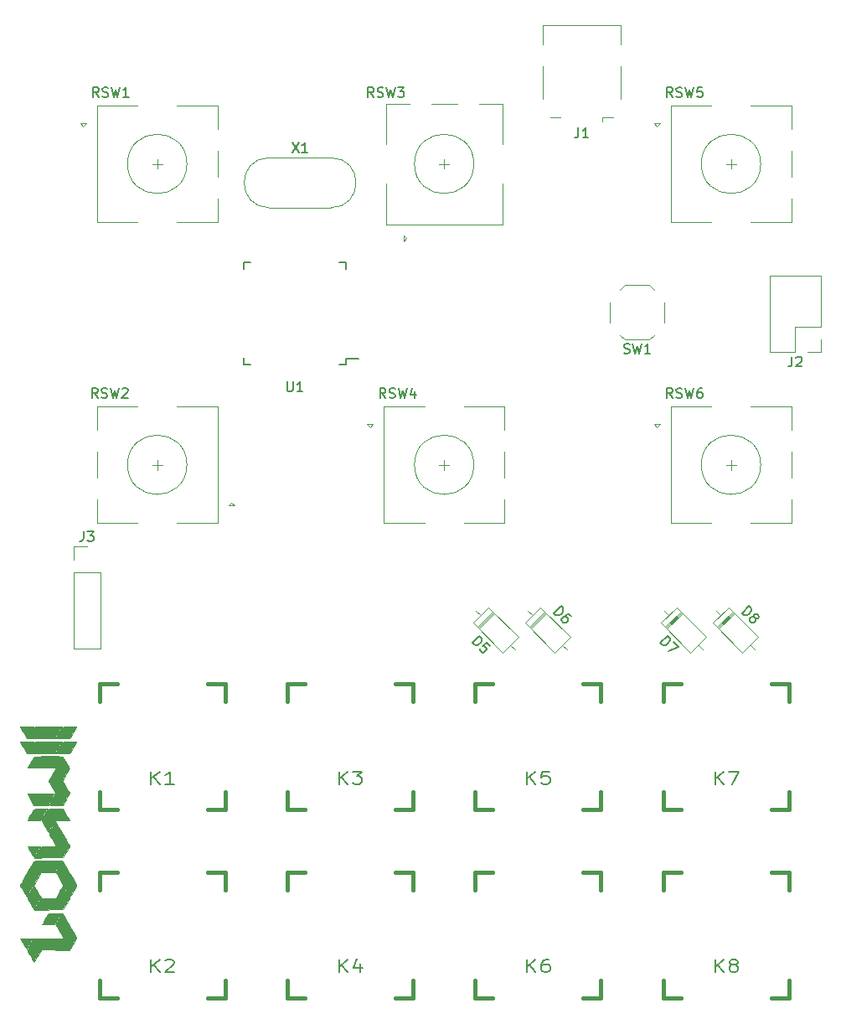
<source format=gto>
G04 #@! TF.GenerationSoftware,KiCad,Pcbnew,(5.1.4)-1*
G04 #@! TF.CreationDate,2019-10-28T18:01:08-07:00*
G04 #@! TF.ProjectId,louwii-pad,6c6f7577-6969-42d7-9061-642e6b696361,rev?*
G04 #@! TF.SameCoordinates,Original*
G04 #@! TF.FileFunction,Legend,Top*
G04 #@! TF.FilePolarity,Positive*
%FSLAX46Y46*%
G04 Gerber Fmt 4.6, Leading zero omitted, Abs format (unit mm)*
G04 Created by KiCad (PCBNEW (5.1.4)-1) date 2019-10-28 18:01:08*
%MOMM*%
%LPD*%
G04 APERTURE LIST*
%ADD10C,0.010000*%
%ADD11C,0.120000*%
%ADD12C,0.381000*%
%ADD13C,0.150000*%
%ADD14C,0.203200*%
G04 APERTURE END LIST*
D10*
G36*
X113362147Y-127735908D02*
G01*
X113396410Y-127670279D01*
X113474410Y-127528562D01*
X113583954Y-127332729D01*
X113692000Y-127141477D01*
X114002444Y-126594251D01*
X114679777Y-126595101D01*
X114948744Y-126598730D01*
X115178158Y-126607977D01*
X115343443Y-126621436D01*
X115419613Y-126637419D01*
X115461060Y-126693706D01*
X115548710Y-126831469D01*
X115672832Y-127034127D01*
X115823696Y-127285098D01*
X115991573Y-127567800D01*
X116166732Y-127865652D01*
X116339445Y-128162072D01*
X116499980Y-128440477D01*
X116638609Y-128684286D01*
X116745601Y-128876916D01*
X116811226Y-129001787D01*
X116825202Y-129032859D01*
X116809579Y-129108762D01*
X116746434Y-129258726D01*
X116646240Y-129459962D01*
X116538614Y-129656333D01*
X116409129Y-129876295D01*
X116296518Y-130054439D01*
X116213845Y-130170923D01*
X116176306Y-130206666D01*
X116135993Y-130159709D01*
X116048486Y-130027749D01*
X115921975Y-129824151D01*
X115764648Y-129562283D01*
X115584696Y-129255510D01*
X115444917Y-129012931D01*
X114762049Y-127819195D01*
X115079130Y-127259185D01*
X115202781Y-127035676D01*
X115299783Y-126850440D01*
X115359847Y-126723825D01*
X115373663Y-126676627D01*
X115338571Y-126713230D01*
X115260385Y-126829678D01*
X115151080Y-127007270D01*
X115036700Y-127202706D01*
X114722284Y-127751333D01*
X114032512Y-127767224D01*
X113770775Y-127769696D01*
X113557896Y-127764892D01*
X113414665Y-127753785D01*
X113361874Y-127737346D01*
X113362147Y-127735908D01*
X113362147Y-127735908D01*
G37*
X113362147Y-127735908D02*
X113396410Y-127670279D01*
X113474410Y-127528562D01*
X113583954Y-127332729D01*
X113692000Y-127141477D01*
X114002444Y-126594251D01*
X114679777Y-126595101D01*
X114948744Y-126598730D01*
X115178158Y-126607977D01*
X115343443Y-126621436D01*
X115419613Y-126637419D01*
X115461060Y-126693706D01*
X115548710Y-126831469D01*
X115672832Y-127034127D01*
X115823696Y-127285098D01*
X115991573Y-127567800D01*
X116166732Y-127865652D01*
X116339445Y-128162072D01*
X116499980Y-128440477D01*
X116638609Y-128684286D01*
X116745601Y-128876916D01*
X116811226Y-129001787D01*
X116825202Y-129032859D01*
X116809579Y-129108762D01*
X116746434Y-129258726D01*
X116646240Y-129459962D01*
X116538614Y-129656333D01*
X116409129Y-129876295D01*
X116296518Y-130054439D01*
X116213845Y-130170923D01*
X116176306Y-130206666D01*
X116135993Y-130159709D01*
X116048486Y-130027749D01*
X115921975Y-129824151D01*
X115764648Y-129562283D01*
X115584696Y-129255510D01*
X115444917Y-129012931D01*
X114762049Y-127819195D01*
X115079130Y-127259185D01*
X115202781Y-127035676D01*
X115299783Y-126850440D01*
X115359847Y-126723825D01*
X115373663Y-126676627D01*
X115338571Y-126713230D01*
X115260385Y-126829678D01*
X115151080Y-127007270D01*
X115036700Y-127202706D01*
X114722284Y-127751333D01*
X114032512Y-127767224D01*
X113770775Y-127769696D01*
X113557896Y-127764892D01*
X113414665Y-127753785D01*
X113361874Y-127737346D01*
X113362147Y-127735908D01*
G36*
X113934284Y-121300752D02*
G01*
X114313404Y-121297404D01*
X114659332Y-121296729D01*
X114954533Y-121298568D01*
X115181471Y-121302766D01*
X115322611Y-121309164D01*
X115357111Y-121313512D01*
X115426578Y-121372868D01*
X115542958Y-121528277D01*
X115707089Y-121781026D01*
X115919809Y-122132402D01*
X116161444Y-122547886D01*
X116352087Y-122881262D01*
X116522561Y-123181175D01*
X116665257Y-123434096D01*
X116772572Y-123626494D01*
X116836896Y-123744838D01*
X116852353Y-123776903D01*
X116825879Y-123832318D01*
X116754453Y-123964948D01*
X116649380Y-124154138D01*
X116538322Y-124350555D01*
X116408940Y-124570540D01*
X116296415Y-124748695D01*
X116213805Y-124865171D01*
X116176306Y-124900888D01*
X116135993Y-124853931D01*
X116048486Y-124721971D01*
X115921975Y-124518373D01*
X115764648Y-124256505D01*
X115584696Y-123949732D01*
X115444917Y-123707153D01*
X114762049Y-122513418D01*
X115079130Y-121953407D01*
X115202781Y-121729898D01*
X115299783Y-121544662D01*
X115359847Y-121418047D01*
X115373663Y-121370849D01*
X115338571Y-121407452D01*
X115260382Y-121523899D01*
X115151074Y-121701490D01*
X115036688Y-121896928D01*
X114722260Y-122445555D01*
X113995463Y-122459849D01*
X113268666Y-122474142D01*
X112946507Y-121895404D01*
X112624347Y-121316666D01*
X113934284Y-121300752D01*
X113934284Y-121300752D01*
G37*
X113934284Y-121300752D02*
X114313404Y-121297404D01*
X114659332Y-121296729D01*
X114954533Y-121298568D01*
X115181471Y-121302766D01*
X115322611Y-121309164D01*
X115357111Y-121313512D01*
X115426578Y-121372868D01*
X115542958Y-121528277D01*
X115707089Y-121781026D01*
X115919809Y-122132402D01*
X116161444Y-122547886D01*
X116352087Y-122881262D01*
X116522561Y-123181175D01*
X116665257Y-123434096D01*
X116772572Y-123626494D01*
X116836896Y-123744838D01*
X116852353Y-123776903D01*
X116825879Y-123832318D01*
X116754453Y-123964948D01*
X116649380Y-124154138D01*
X116538322Y-124350555D01*
X116408940Y-124570540D01*
X116296415Y-124748695D01*
X116213805Y-124865171D01*
X116176306Y-124900888D01*
X116135993Y-124853931D01*
X116048486Y-124721971D01*
X115921975Y-124518373D01*
X115764648Y-124256505D01*
X115584696Y-123949732D01*
X115444917Y-123707153D01*
X114762049Y-122513418D01*
X115079130Y-121953407D01*
X115202781Y-121729898D01*
X115299783Y-121544662D01*
X115359847Y-121418047D01*
X115373663Y-121370849D01*
X115338571Y-121407452D01*
X115260382Y-121523899D01*
X115151074Y-121701490D01*
X115036688Y-121896928D01*
X114722260Y-122445555D01*
X113995463Y-122459849D01*
X113268666Y-122474142D01*
X112946507Y-121895404D01*
X112624347Y-121316666D01*
X113934284Y-121300752D01*
G36*
X114848440Y-110354851D02*
G01*
X114921192Y-110216871D01*
X115024293Y-110033709D01*
X115142891Y-109830567D01*
X115262133Y-109632651D01*
X115367168Y-109465163D01*
X115443143Y-109353308D01*
X115468494Y-109323472D01*
X115563151Y-109295447D01*
X115757751Y-109279203D01*
X116039886Y-109275524D01*
X116186827Y-109278044D01*
X116831199Y-109294000D01*
X116538325Y-109802000D01*
X116409422Y-110021609D01*
X116295580Y-110208346D01*
X116211922Y-110337790D01*
X116180055Y-110380555D01*
X116095130Y-110416182D01*
X116095130Y-110394666D01*
X116113479Y-110383981D01*
X116105516Y-110341338D01*
X116063798Y-110250854D01*
X115980878Y-110096647D01*
X115849313Y-109862836D01*
X115829425Y-109827834D01*
X115707705Y-109620375D01*
X115605771Y-109458995D01*
X115536216Y-109362891D01*
X115512858Y-109345215D01*
X115528942Y-109400057D01*
X115589077Y-109526744D01*
X115679374Y-109700238D01*
X115785939Y-109895501D01*
X115894880Y-110087494D01*
X115992306Y-110251180D01*
X116064325Y-110361521D01*
X116095130Y-110394666D01*
X116095130Y-110416182D01*
X116095097Y-110416196D01*
X115914059Y-110439119D01*
X115630301Y-110449982D01*
X115467774Y-110451111D01*
X115212686Y-110448774D01*
X115005004Y-110442425D01*
X114867048Y-110433051D01*
X114820888Y-110422444D01*
X114848440Y-110354851D01*
X114848440Y-110354851D01*
G37*
X114848440Y-110354851D02*
X114921192Y-110216871D01*
X115024293Y-110033709D01*
X115142891Y-109830567D01*
X115262133Y-109632651D01*
X115367168Y-109465163D01*
X115443143Y-109353308D01*
X115468494Y-109323472D01*
X115563151Y-109295447D01*
X115757751Y-109279203D01*
X116039886Y-109275524D01*
X116186827Y-109278044D01*
X116831199Y-109294000D01*
X116538325Y-109802000D01*
X116409422Y-110021609D01*
X116295580Y-110208346D01*
X116211922Y-110337790D01*
X116180055Y-110380555D01*
X116095130Y-110416182D01*
X116095130Y-110394666D01*
X116113479Y-110383981D01*
X116105516Y-110341338D01*
X116063798Y-110250854D01*
X115980878Y-110096647D01*
X115849313Y-109862836D01*
X115829425Y-109827834D01*
X115707705Y-109620375D01*
X115605771Y-109458995D01*
X115536216Y-109362891D01*
X115512858Y-109345215D01*
X115528942Y-109400057D01*
X115589077Y-109526744D01*
X115679374Y-109700238D01*
X115785939Y-109895501D01*
X115894880Y-110087494D01*
X115992306Y-110251180D01*
X116064325Y-110361521D01*
X116095130Y-110394666D01*
X116095130Y-110416182D01*
X116095097Y-110416196D01*
X115914059Y-110439119D01*
X115630301Y-110449982D01*
X115467774Y-110451111D01*
X115212686Y-110448774D01*
X115005004Y-110442425D01*
X114867048Y-110433051D01*
X114820888Y-110422444D01*
X114848440Y-110354851D01*
G36*
X114848440Y-108830851D02*
G01*
X114921192Y-108692871D01*
X115024293Y-108509709D01*
X115142891Y-108306567D01*
X115262133Y-108108651D01*
X115367168Y-107941163D01*
X115443143Y-107829308D01*
X115468494Y-107799472D01*
X115563151Y-107771447D01*
X115757751Y-107755203D01*
X116039886Y-107751524D01*
X116186827Y-107754044D01*
X116831199Y-107770000D01*
X116538325Y-108278000D01*
X116409422Y-108497609D01*
X116295580Y-108684346D01*
X116211922Y-108813790D01*
X116180055Y-108856555D01*
X116095130Y-108892182D01*
X116095130Y-108870666D01*
X116113479Y-108859981D01*
X116105516Y-108817338D01*
X116063798Y-108726854D01*
X115980878Y-108572647D01*
X115849313Y-108338836D01*
X115829425Y-108303834D01*
X115707705Y-108096375D01*
X115605771Y-107934995D01*
X115536216Y-107838891D01*
X115512858Y-107821215D01*
X115528942Y-107876057D01*
X115589077Y-108002744D01*
X115679374Y-108176238D01*
X115785939Y-108371501D01*
X115894880Y-108563494D01*
X115992306Y-108727180D01*
X116064325Y-108837521D01*
X116095130Y-108870666D01*
X116095130Y-108892182D01*
X116095097Y-108892196D01*
X115914059Y-108915119D01*
X115630301Y-108925982D01*
X115467774Y-108927111D01*
X115212686Y-108924774D01*
X115005004Y-108918425D01*
X114867048Y-108909051D01*
X114820888Y-108898444D01*
X114848440Y-108830851D01*
X114848440Y-108830851D01*
G37*
X114848440Y-108830851D02*
X114921192Y-108692871D01*
X115024293Y-108509709D01*
X115142891Y-108306567D01*
X115262133Y-108108651D01*
X115367168Y-107941163D01*
X115443143Y-107829308D01*
X115468494Y-107799472D01*
X115563151Y-107771447D01*
X115757751Y-107755203D01*
X116039886Y-107751524D01*
X116186827Y-107754044D01*
X116831199Y-107770000D01*
X116538325Y-108278000D01*
X116409422Y-108497609D01*
X116295580Y-108684346D01*
X116211922Y-108813790D01*
X116180055Y-108856555D01*
X116095130Y-108892182D01*
X116095130Y-108870666D01*
X116113479Y-108859981D01*
X116105516Y-108817338D01*
X116063798Y-108726854D01*
X115980878Y-108572647D01*
X115849313Y-108338836D01*
X115829425Y-108303834D01*
X115707705Y-108096375D01*
X115605771Y-107934995D01*
X115536216Y-107838891D01*
X115512858Y-107821215D01*
X115528942Y-107876057D01*
X115589077Y-108002744D01*
X115679374Y-108176238D01*
X115785939Y-108371501D01*
X115894880Y-108563494D01*
X115992306Y-108727180D01*
X116064325Y-108837521D01*
X116095130Y-108870666D01*
X116095130Y-108892182D01*
X116095097Y-108892196D01*
X115914059Y-108915119D01*
X115630301Y-108925982D01*
X115467774Y-108927111D01*
X115212686Y-108924774D01*
X115005004Y-108918425D01*
X114867048Y-108909051D01*
X114820888Y-108898444D01*
X114848440Y-108830851D01*
G36*
X115436798Y-129134222D02*
G01*
X115672539Y-129543444D01*
X115798612Y-129761364D01*
X115917688Y-129965609D01*
X116007282Y-130117640D01*
X116018905Y-130137091D01*
X116129529Y-130321515D01*
X113276501Y-130291333D01*
X113128447Y-130037333D01*
X113016477Y-129843925D01*
X112883855Y-129613016D01*
X112795831Y-129458777D01*
X112611270Y-129134222D01*
X115436798Y-129134222D01*
X115436798Y-129134222D01*
G37*
X115436798Y-129134222D02*
X115672539Y-129543444D01*
X115798612Y-129761364D01*
X115917688Y-129965609D01*
X116007282Y-130117640D01*
X116018905Y-130137091D01*
X116129529Y-130321515D01*
X113276501Y-130291333D01*
X113128447Y-130037333D01*
X113016477Y-129843925D01*
X112883855Y-129613016D01*
X112795831Y-129458777D01*
X112611270Y-129134222D01*
X115436798Y-129134222D01*
G36*
X112747547Y-126016648D02*
G01*
X112853501Y-125832331D01*
X112981526Y-125607076D01*
X113072084Y-125446321D01*
X113175150Y-125274946D01*
X113265027Y-125147298D01*
X113320219Y-125092511D01*
X113392377Y-125086311D01*
X113561057Y-125081939D01*
X113809905Y-125079500D01*
X114122569Y-125079101D01*
X114482695Y-125080846D01*
X114745336Y-125083300D01*
X116106985Y-125098444D01*
X115780514Y-125662888D01*
X115454044Y-126227333D01*
X112607678Y-126257519D01*
X112747547Y-126016648D01*
X112747547Y-126016648D01*
G37*
X112747547Y-126016648D02*
X112853501Y-125832331D01*
X112981526Y-125607076D01*
X113072084Y-125446321D01*
X113175150Y-125274946D01*
X113265027Y-125147298D01*
X113320219Y-125092511D01*
X113392377Y-125086311D01*
X113561057Y-125081939D01*
X113809905Y-125079500D01*
X114122569Y-125079101D01*
X114482695Y-125080846D01*
X114745336Y-125083300D01*
X116106985Y-125098444D01*
X115780514Y-125662888D01*
X115454044Y-126227333D01*
X112607678Y-126257519D01*
X112747547Y-126016648D01*
G36*
X114846926Y-124915829D02*
G01*
X114915739Y-124781766D01*
X115013375Y-124602589D01*
X115125883Y-124402770D01*
X115239312Y-124206783D01*
X115339711Y-124039099D01*
X115413128Y-123924191D01*
X115444658Y-123886121D01*
X115484295Y-123931321D01*
X115564066Y-124053298D01*
X115669817Y-124229849D01*
X115722756Y-124322333D01*
X115844556Y-124536186D01*
X115954334Y-124725652D01*
X116033743Y-124859171D01*
X116050923Y-124886777D01*
X116132094Y-125013777D01*
X115476491Y-125013777D01*
X115219558Y-125011084D01*
X115009881Y-125003760D01*
X114869631Y-124992937D01*
X114820888Y-124980305D01*
X114846926Y-124915829D01*
X114846926Y-124915829D01*
G37*
X114846926Y-124915829D02*
X114915739Y-124781766D01*
X115013375Y-124602589D01*
X115125883Y-124402770D01*
X115239312Y-124206783D01*
X115339711Y-124039099D01*
X115413128Y-123924191D01*
X115444658Y-123886121D01*
X115484295Y-123931321D01*
X115564066Y-124053298D01*
X115669817Y-124229849D01*
X115722756Y-124322333D01*
X115844556Y-124536186D01*
X115954334Y-124725652D01*
X116033743Y-124859171D01*
X116050923Y-124886777D01*
X116132094Y-125013777D01*
X115476491Y-125013777D01*
X115219558Y-125011084D01*
X115009881Y-125003760D01*
X114869631Y-124992937D01*
X114820888Y-124980305D01*
X114846926Y-124915829D01*
G36*
X112747547Y-120767315D02*
G01*
X112853501Y-120582998D01*
X112981526Y-120357742D01*
X113072084Y-120196988D01*
X113175150Y-120025613D01*
X113265027Y-119897965D01*
X113320219Y-119843177D01*
X113392377Y-119836978D01*
X113561057Y-119832606D01*
X113809905Y-119830167D01*
X114122569Y-119829767D01*
X114482695Y-119831512D01*
X114745336Y-119833967D01*
X116106985Y-119849111D01*
X115780514Y-120413555D01*
X115454044Y-120978000D01*
X114030861Y-120993092D01*
X112607678Y-121008185D01*
X112747547Y-120767315D01*
X112747547Y-120767315D01*
G37*
X112747547Y-120767315D02*
X112853501Y-120582998D01*
X112981526Y-120357742D01*
X113072084Y-120196988D01*
X113175150Y-120025613D01*
X113265027Y-119897965D01*
X113320219Y-119843177D01*
X113392377Y-119836978D01*
X113561057Y-119832606D01*
X113809905Y-119830167D01*
X114122569Y-119829767D01*
X114482695Y-119831512D01*
X114745336Y-119833967D01*
X116106985Y-119849111D01*
X115780514Y-120413555D01*
X115454044Y-120978000D01*
X114030861Y-120993092D01*
X112607678Y-121008185D01*
X112747547Y-120767315D01*
G36*
X114141783Y-118607077D02*
G01*
X114278947Y-118592725D01*
X114487029Y-118582925D01*
X114745051Y-118579118D01*
X114757250Y-118579111D01*
X115436798Y-118579111D01*
X115672539Y-118988333D01*
X115798500Y-119206068D01*
X115917353Y-119409950D01*
X116006673Y-119561540D01*
X116018299Y-119581000D01*
X116128318Y-119764444D01*
X114736222Y-119764414D01*
X114425777Y-119217189D01*
X114299183Y-118992995D01*
X114193907Y-118804594D01*
X114122108Y-118673871D01*
X114096518Y-118624537D01*
X114141783Y-118607077D01*
X114141783Y-118607077D01*
G37*
X114141783Y-118607077D02*
X114278947Y-118592725D01*
X114487029Y-118582925D01*
X114745051Y-118579118D01*
X114757250Y-118579111D01*
X115436798Y-118579111D01*
X115672539Y-118988333D01*
X115798500Y-119206068D01*
X115917353Y-119409950D01*
X116006673Y-119561540D01*
X116018299Y-119581000D01*
X116128318Y-119764444D01*
X114736222Y-119764414D01*
X114425777Y-119217189D01*
X114299183Y-118992995D01*
X114193907Y-118804594D01*
X114122108Y-118673871D01*
X114096518Y-118624537D01*
X114141783Y-118607077D01*
G36*
X114141764Y-116067048D02*
G01*
X114278872Y-116052681D01*
X114486829Y-116042887D01*
X114744622Y-116039116D01*
X114754800Y-116039111D01*
X115431897Y-116039111D01*
X115699668Y-116504777D01*
X115826602Y-116723846D01*
X115941064Y-116918411D01*
X116025465Y-117058698D01*
X116049766Y-117097444D01*
X116132094Y-117224444D01*
X114736222Y-117224414D01*
X114425777Y-116677189D01*
X114299183Y-116452995D01*
X114193907Y-116264594D01*
X114122108Y-116133871D01*
X114096518Y-116084537D01*
X114141764Y-116067048D01*
X114141764Y-116067048D01*
G37*
X114141764Y-116067048D02*
X114278872Y-116052681D01*
X114486829Y-116042887D01*
X114744622Y-116039116D01*
X114754800Y-116039111D01*
X115431897Y-116039111D01*
X115699668Y-116504777D01*
X115826602Y-116723846D01*
X115941064Y-116918411D01*
X116025465Y-117058698D01*
X116049766Y-117097444D01*
X116132094Y-117224444D01*
X114736222Y-117224414D01*
X114425777Y-116677189D01*
X114299183Y-116452995D01*
X114193907Y-116264594D01*
X114122108Y-116133871D01*
X114096518Y-116084537D01*
X114141764Y-116067048D01*
G36*
X114095925Y-115656218D02*
G01*
X114130265Y-115590363D01*
X114208441Y-115448548D01*
X114318213Y-115252790D01*
X114425777Y-115062960D01*
X114736222Y-114517487D01*
X115427666Y-114516299D01*
X115691767Y-114516922D01*
X115908896Y-114519488D01*
X116057570Y-114523592D01*
X116116308Y-114528832D01*
X116116498Y-114529222D01*
X116088741Y-114580512D01*
X116015235Y-114709388D01*
X115907351Y-114896063D01*
X115784042Y-115107777D01*
X115454198Y-115672222D01*
X114765357Y-115688113D01*
X114503816Y-115690540D01*
X114291148Y-115685606D01*
X114148159Y-115674303D01*
X114095650Y-115657623D01*
X114095925Y-115656218D01*
X114095925Y-115656218D01*
G37*
X114095925Y-115656218D02*
X114130265Y-115590363D01*
X114208441Y-115448548D01*
X114318213Y-115252790D01*
X114425777Y-115062960D01*
X114736222Y-114517487D01*
X115427666Y-114516299D01*
X115691767Y-114516922D01*
X115908896Y-114519488D01*
X116057570Y-114523592D01*
X116116308Y-114528832D01*
X116116498Y-114529222D01*
X116088741Y-114580512D01*
X116015235Y-114709388D01*
X115907351Y-114896063D01*
X115784042Y-115107777D01*
X115454198Y-115672222D01*
X114765357Y-115688113D01*
X114503816Y-115690540D01*
X114291148Y-115685606D01*
X114148159Y-115674303D01*
X114095650Y-115657623D01*
X114095925Y-115656218D01*
G36*
X112216043Y-111326000D02*
G01*
X112540189Y-110761555D01*
X113948650Y-110747763D01*
X114338080Y-110745596D01*
X114691087Y-110746769D01*
X114991665Y-110750975D01*
X115223809Y-110757906D01*
X115371514Y-110767254D01*
X115417752Y-110775986D01*
X115483559Y-110850986D01*
X115581495Y-110997083D01*
X115698195Y-111190055D01*
X115820295Y-111405677D01*
X115934432Y-111619727D01*
X116027241Y-111807981D01*
X116085359Y-111946216D01*
X116097131Y-112007419D01*
X116057516Y-112086954D01*
X115974039Y-112240325D01*
X115859761Y-112443884D01*
X115754080Y-112628465D01*
X115627916Y-112851806D01*
X115526175Y-113041089D01*
X115460518Y-113174020D01*
X115441777Y-113225621D01*
X115469987Y-113300634D01*
X115549045Y-113456554D01*
X115670596Y-113678167D01*
X115826285Y-113950262D01*
X116007755Y-114257626D01*
X116018299Y-114275222D01*
X116128318Y-114458666D01*
X114736222Y-114457384D01*
X114384874Y-113840946D01*
X114033525Y-113224508D01*
X114715611Y-112032140D01*
X114903650Y-111700840D01*
X115069890Y-111402968D01*
X115206975Y-111152117D01*
X115307550Y-110961879D01*
X115364262Y-110845847D01*
X115373752Y-110815826D01*
X115338302Y-110851908D01*
X115260406Y-110968038D01*
X115152088Y-111145387D01*
X115043015Y-111333844D01*
X114913983Y-111554981D01*
X114800573Y-111736897D01*
X114716439Y-111858436D01*
X114678711Y-111898269D01*
X114608293Y-111903933D01*
X114441239Y-111907831D01*
X114193792Y-111909881D01*
X113882193Y-111909999D01*
X113522684Y-111908101D01*
X113256549Y-111905588D01*
X111891897Y-111890444D01*
X112216043Y-111326000D01*
X112216043Y-111326000D01*
G37*
X112216043Y-111326000D02*
X112540189Y-110761555D01*
X113948650Y-110747763D01*
X114338080Y-110745596D01*
X114691087Y-110746769D01*
X114991665Y-110750975D01*
X115223809Y-110757906D01*
X115371514Y-110767254D01*
X115417752Y-110775986D01*
X115483559Y-110850986D01*
X115581495Y-110997083D01*
X115698195Y-111190055D01*
X115820295Y-111405677D01*
X115934432Y-111619727D01*
X116027241Y-111807981D01*
X116085359Y-111946216D01*
X116097131Y-112007419D01*
X116057516Y-112086954D01*
X115974039Y-112240325D01*
X115859761Y-112443884D01*
X115754080Y-112628465D01*
X115627916Y-112851806D01*
X115526175Y-113041089D01*
X115460518Y-113174020D01*
X115441777Y-113225621D01*
X115469987Y-113300634D01*
X115549045Y-113456554D01*
X115670596Y-113678167D01*
X115826285Y-113950262D01*
X116007755Y-114257626D01*
X116018299Y-114275222D01*
X116128318Y-114458666D01*
X114736222Y-114457384D01*
X114384874Y-113840946D01*
X114033525Y-113224508D01*
X114715611Y-112032140D01*
X114903650Y-111700840D01*
X115069890Y-111402968D01*
X115206975Y-111152117D01*
X115307550Y-110961879D01*
X115364262Y-110845847D01*
X115373752Y-110815826D01*
X115338302Y-110851908D01*
X115260406Y-110968038D01*
X115152088Y-111145387D01*
X115043015Y-111333844D01*
X114913983Y-111554981D01*
X114800573Y-111736897D01*
X114716439Y-111858436D01*
X114678711Y-111898269D01*
X114608293Y-111903933D01*
X114441239Y-111907831D01*
X114193792Y-111909881D01*
X113882193Y-111909999D01*
X113522684Y-111908101D01*
X113256549Y-111905588D01*
X111891897Y-111890444D01*
X112216043Y-111326000D01*
G36*
X114113376Y-118422120D02*
G01*
X114184677Y-118283683D01*
X114289773Y-118089848D01*
X114403139Y-117887037D01*
X114719167Y-117328885D01*
X115052250Y-117902078D01*
X115182534Y-118128180D01*
X115288934Y-118316446D01*
X115360255Y-118446817D01*
X115385333Y-118498969D01*
X115332604Y-118508299D01*
X115189273Y-118515899D01*
X114977622Y-118520957D01*
X114736222Y-118522666D01*
X114480666Y-118519520D01*
X114272475Y-118510966D01*
X114133930Y-118498335D01*
X114087111Y-118483927D01*
X114113376Y-118422120D01*
X114113376Y-118422120D01*
G37*
X114113376Y-118422120D02*
X114184677Y-118283683D01*
X114289773Y-118089848D01*
X114403139Y-117887037D01*
X114719167Y-117328885D01*
X115052250Y-117902078D01*
X115182534Y-118128180D01*
X115288934Y-118316446D01*
X115360255Y-118446817D01*
X115385333Y-118498969D01*
X115332604Y-118508299D01*
X115189273Y-118515899D01*
X114977622Y-118520957D01*
X114736222Y-118522666D01*
X114480666Y-118519520D01*
X114272475Y-118510966D01*
X114133930Y-118498335D01*
X114087111Y-118483927D01*
X114113376Y-118422120D01*
G36*
X112698165Y-109279452D02*
G01*
X112855225Y-109275929D01*
X113093741Y-109274186D01*
X113398002Y-109274290D01*
X113752298Y-109276307D01*
X114019221Y-109278866D01*
X115379213Y-109294000D01*
X114731049Y-110422888D01*
X113999857Y-110437655D01*
X113268666Y-110452422D01*
X112942989Y-109879036D01*
X112817221Y-109652967D01*
X112717729Y-109465177D01*
X112654769Y-109335670D01*
X112638271Y-109284691D01*
X112698165Y-109279452D01*
X112698165Y-109279452D01*
G37*
X112698165Y-109279452D02*
X112855225Y-109275929D01*
X113093741Y-109274186D01*
X113398002Y-109274290D01*
X113752298Y-109276307D01*
X114019221Y-109278866D01*
X115379213Y-109294000D01*
X114731049Y-110422888D01*
X113999857Y-110437655D01*
X113268666Y-110452422D01*
X112942989Y-109879036D01*
X112817221Y-109652967D01*
X112717729Y-109465177D01*
X112654769Y-109335670D01*
X112638271Y-109284691D01*
X112698165Y-109279452D01*
G36*
X112698165Y-107755452D02*
G01*
X112855225Y-107751929D01*
X113093741Y-107750186D01*
X113398002Y-107750290D01*
X113752298Y-107752307D01*
X114019221Y-107754866D01*
X115379213Y-107770000D01*
X114731049Y-108898888D01*
X113999857Y-108913655D01*
X113268666Y-108928422D01*
X112942989Y-108355036D01*
X112817221Y-108128967D01*
X112717729Y-107941177D01*
X112654769Y-107811670D01*
X112638271Y-107760691D01*
X112698165Y-107755452D01*
X112698165Y-107755452D01*
G37*
X112698165Y-107755452D02*
X112855225Y-107751929D01*
X113093741Y-107750186D01*
X113398002Y-107750290D01*
X113752298Y-107752307D01*
X114019221Y-107754866D01*
X115379213Y-107770000D01*
X114731049Y-108898888D01*
X113999857Y-108913655D01*
X113268666Y-108928422D01*
X112942989Y-108355036D01*
X112817221Y-108128967D01*
X112717729Y-107941177D01*
X112654769Y-107811670D01*
X112638271Y-107760691D01*
X112698165Y-107755452D01*
G36*
X113363839Y-117185280D02*
G01*
X113434904Y-117046467D01*
X113535499Y-116861517D01*
X113651278Y-116655722D01*
X113767898Y-116454374D01*
X113871015Y-116282765D01*
X113946285Y-116166187D01*
X113970815Y-116134483D01*
X114010456Y-116164782D01*
X114090360Y-116271633D01*
X114196864Y-116432406D01*
X114316308Y-116624476D01*
X114435032Y-116825215D01*
X114539374Y-117011996D01*
X114615673Y-117162191D01*
X114650269Y-117253174D01*
X114651020Y-117261140D01*
X114624352Y-117326796D01*
X114552426Y-117468307D01*
X114446667Y-117663905D01*
X114336520Y-117860269D01*
X114207858Y-118077168D01*
X114096270Y-118248722D01*
X114014514Y-118356368D01*
X113977050Y-118383303D01*
X113928825Y-118322636D01*
X113842783Y-118187896D01*
X113733338Y-118004532D01*
X113614904Y-117797989D01*
X113501893Y-117593716D01*
X113408719Y-117417158D01*
X113349795Y-117293763D01*
X113336646Y-117252666D01*
X113363839Y-117185280D01*
X113363839Y-117185280D01*
G37*
X113363839Y-117185280D02*
X113434904Y-117046467D01*
X113535499Y-116861517D01*
X113651278Y-116655722D01*
X113767898Y-116454374D01*
X113871015Y-116282765D01*
X113946285Y-116166187D01*
X113970815Y-116134483D01*
X114010456Y-116164782D01*
X114090360Y-116271633D01*
X114196864Y-116432406D01*
X114316308Y-116624476D01*
X114435032Y-116825215D01*
X114539374Y-117011996D01*
X114615673Y-117162191D01*
X114650269Y-117253174D01*
X114651020Y-117261140D01*
X114624352Y-117326796D01*
X114552426Y-117468307D01*
X114446667Y-117663905D01*
X114336520Y-117860269D01*
X114207858Y-118077168D01*
X114096270Y-118248722D01*
X114014514Y-118356368D01*
X113977050Y-118383303D01*
X113928825Y-118322636D01*
X113842783Y-118187896D01*
X113733338Y-118004532D01*
X113614904Y-117797989D01*
X113501893Y-117593716D01*
X113408719Y-117417158D01*
X113349795Y-117293763D01*
X113336646Y-117252666D01*
X113363839Y-117185280D01*
G36*
X112562149Y-114527511D02*
G01*
X112912160Y-114522320D01*
X113315560Y-114521044D01*
X113712917Y-114523683D01*
X113940382Y-114527511D01*
X114646893Y-114543333D01*
X114324668Y-115120829D01*
X114002444Y-115698325D01*
X112534888Y-115698325D01*
X111890426Y-114543333D01*
X112562149Y-114527511D01*
X112562149Y-114527511D01*
G37*
X112562149Y-114527511D02*
X112912160Y-114522320D01*
X113315560Y-114521044D01*
X113712917Y-114523683D01*
X113940382Y-114527511D01*
X114646893Y-114543333D01*
X114324668Y-115120829D01*
X114002444Y-115698325D01*
X112534888Y-115698325D01*
X111890426Y-114543333D01*
X112562149Y-114527511D01*
G36*
X112194008Y-116668862D02*
G01*
X112322288Y-116447356D01*
X112433970Y-116261040D01*
X112515075Y-116132852D01*
X112547654Y-116088434D01*
X112622263Y-116068765D01*
X112785040Y-116055260D01*
X113011369Y-116049206D01*
X113255424Y-116051349D01*
X113910125Y-116067333D01*
X113609547Y-116594693D01*
X113481266Y-116816199D01*
X113369585Y-117002515D01*
X113288479Y-117130702D01*
X113255900Y-117175121D01*
X113181291Y-117194789D01*
X113018514Y-117208295D01*
X112792185Y-117214348D01*
X112548131Y-117212206D01*
X111893429Y-117196222D01*
X112194008Y-116668862D01*
X112194008Y-116668862D01*
G37*
X112194008Y-116668862D02*
X112322288Y-116447356D01*
X112433970Y-116261040D01*
X112515075Y-116132852D01*
X112547654Y-116088434D01*
X112622263Y-116068765D01*
X112785040Y-116055260D01*
X113011369Y-116049206D01*
X113255424Y-116051349D01*
X113910125Y-116067333D01*
X113609547Y-116594693D01*
X113481266Y-116816199D01*
X113369585Y-117002515D01*
X113288479Y-117130702D01*
X113255900Y-117175121D01*
X113181291Y-117194789D01*
X113018514Y-117208295D01*
X112792185Y-117214348D01*
X112548131Y-117212206D01*
X111893429Y-117196222D01*
X112194008Y-116668862D01*
G36*
X111911531Y-130283031D02*
G01*
X111979861Y-130147768D01*
X112077365Y-129965849D01*
X112190645Y-129761134D01*
X112306301Y-129557484D01*
X112410933Y-129378761D01*
X112491141Y-129248824D01*
X112533525Y-129191534D01*
X112535591Y-129190666D01*
X112572008Y-129236031D01*
X112649469Y-129356914D01*
X112753572Y-129530498D01*
X112793873Y-129599888D01*
X112918497Y-129815414D01*
X113034692Y-130014972D01*
X113120739Y-130161293D01*
X113132356Y-130180781D01*
X113235097Y-130352451D01*
X112897823Y-130928670D01*
X112764622Y-131153018D01*
X112652065Y-131336553D01*
X112572102Y-131460200D01*
X112536799Y-131504888D01*
X112500123Y-131459033D01*
X112423848Y-131337371D01*
X112321395Y-131163757D01*
X112206187Y-130962047D01*
X112091644Y-130756098D01*
X111991190Y-130569764D01*
X111918245Y-130426902D01*
X111886233Y-130351366D01*
X111885777Y-130347777D01*
X111911531Y-130283031D01*
X111911531Y-130283031D01*
G37*
X111911531Y-130283031D02*
X111979861Y-130147768D01*
X112077365Y-129965849D01*
X112190645Y-129761134D01*
X112306301Y-129557484D01*
X112410933Y-129378761D01*
X112491141Y-129248824D01*
X112533525Y-129191534D01*
X112535591Y-129190666D01*
X112572008Y-129236031D01*
X112649469Y-129356914D01*
X112753572Y-129530498D01*
X112793873Y-129599888D01*
X112918497Y-129815414D01*
X113034692Y-130014972D01*
X113120739Y-130161293D01*
X113132356Y-130180781D01*
X113235097Y-130352451D01*
X112897823Y-130928670D01*
X112764622Y-131153018D01*
X112652065Y-131336553D01*
X112572102Y-131460200D01*
X112536799Y-131504888D01*
X112500123Y-131459033D01*
X112423848Y-131337371D01*
X112321395Y-131163757D01*
X112206187Y-130962047D01*
X112091644Y-130756098D01*
X111991190Y-130569764D01*
X111918245Y-130426902D01*
X111886233Y-130351366D01*
X111885777Y-130347777D01*
X111911531Y-130283031D01*
G36*
X111911531Y-124977254D02*
G01*
X111979861Y-124841991D01*
X112077365Y-124660071D01*
X112190645Y-124455356D01*
X112306301Y-124251707D01*
X112410933Y-124072983D01*
X112491141Y-123943046D01*
X112533525Y-123885756D01*
X112535591Y-123884888D01*
X112572008Y-123930253D01*
X112649469Y-124051136D01*
X112753572Y-124224721D01*
X112793873Y-124294111D01*
X112918497Y-124509636D01*
X113034692Y-124709194D01*
X113120739Y-124855515D01*
X113132356Y-124875003D01*
X113235097Y-125046673D01*
X112897823Y-125622892D01*
X112764622Y-125847240D01*
X112652065Y-126030775D01*
X112572102Y-126154422D01*
X112536799Y-126199111D01*
X112500123Y-126153255D01*
X112423848Y-126031593D01*
X112321395Y-125857979D01*
X112206187Y-125656270D01*
X112091644Y-125450320D01*
X111991190Y-125263986D01*
X111918245Y-125121124D01*
X111886233Y-125045588D01*
X111885777Y-125042000D01*
X111911531Y-124977254D01*
X111911531Y-124977254D01*
G37*
X111911531Y-124977254D02*
X111979861Y-124841991D01*
X112077365Y-124660071D01*
X112190645Y-124455356D01*
X112306301Y-124251707D01*
X112410933Y-124072983D01*
X112491141Y-123943046D01*
X112533525Y-123885756D01*
X112535591Y-123884888D01*
X112572008Y-123930253D01*
X112649469Y-124051136D01*
X112753572Y-124224721D01*
X112793873Y-124294111D01*
X112918497Y-124509636D01*
X113034692Y-124709194D01*
X113120739Y-124855515D01*
X113132356Y-124875003D01*
X113235097Y-125046673D01*
X112897823Y-125622892D01*
X112764622Y-125847240D01*
X112652065Y-126030775D01*
X112572102Y-126154422D01*
X112536799Y-126199111D01*
X112500123Y-126153255D01*
X112423848Y-126031593D01*
X112321395Y-125857979D01*
X112206187Y-125656270D01*
X112091644Y-125450320D01*
X111991190Y-125263986D01*
X111918245Y-125121124D01*
X111886233Y-125045588D01*
X111885777Y-125042000D01*
X111911531Y-124977254D01*
G36*
X111180368Y-123728413D02*
G01*
X111253785Y-123585768D01*
X111364996Y-123378832D01*
X111504603Y-123124301D01*
X111663209Y-122838871D01*
X111831416Y-122539237D01*
X111999828Y-122242094D01*
X112159047Y-121964139D01*
X112299676Y-121722067D01*
X112412317Y-121532573D01*
X112487574Y-121412353D01*
X112509749Y-121381667D01*
X112554392Y-121404833D01*
X112637663Y-121507739D01*
X112744562Y-121670793D01*
X112790628Y-121748556D01*
X112915675Y-121964805D01*
X113031998Y-122164628D01*
X113118255Y-122311393D01*
X113131306Y-122333305D01*
X113232998Y-122503277D01*
X112668462Y-123490416D01*
X112485591Y-123809955D01*
X112312228Y-124112468D01*
X112159801Y-124378042D01*
X112039740Y-124586766D01*
X111963476Y-124718725D01*
X111960188Y-124724375D01*
X111816451Y-124971194D01*
X111486368Y-124413930D01*
X111354885Y-124186726D01*
X111247860Y-123991849D01*
X111177089Y-123851449D01*
X111154142Y-123790073D01*
X111180368Y-123728413D01*
X111180368Y-123728413D01*
G37*
X111180368Y-123728413D02*
X111253785Y-123585768D01*
X111364996Y-123378832D01*
X111504603Y-123124301D01*
X111663209Y-122838871D01*
X111831416Y-122539237D01*
X111999828Y-122242094D01*
X112159047Y-121964139D01*
X112299676Y-121722067D01*
X112412317Y-121532573D01*
X112487574Y-121412353D01*
X112509749Y-121381667D01*
X112554392Y-121404833D01*
X112637663Y-121507739D01*
X112744562Y-121670793D01*
X112790628Y-121748556D01*
X112915675Y-121964805D01*
X113031998Y-122164628D01*
X113118255Y-122311393D01*
X113131306Y-122333305D01*
X113232998Y-122503277D01*
X112668462Y-123490416D01*
X112485591Y-123809955D01*
X112312228Y-124112468D01*
X112159801Y-124378042D01*
X112039740Y-124586766D01*
X111963476Y-124718725D01*
X111960188Y-124724375D01*
X111816451Y-124971194D01*
X111486368Y-124413930D01*
X111354885Y-124186726D01*
X111247860Y-123991849D01*
X111177089Y-123851449D01*
X111154142Y-123790073D01*
X111180368Y-123728413D01*
G36*
X112532902Y-119820888D02*
G01*
X112788644Y-119824315D01*
X112996826Y-119833630D01*
X113135290Y-119847390D01*
X113182073Y-119863222D01*
X113154107Y-119926962D01*
X113080382Y-120064311D01*
X112973529Y-120252264D01*
X112895460Y-120385333D01*
X112769603Y-120594632D01*
X112662325Y-120767880D01*
X112588370Y-120881531D01*
X112565982Y-120911470D01*
X112521455Y-120884990D01*
X112435180Y-120774411D01*
X112317462Y-120595807D01*
X112178602Y-120365251D01*
X112028904Y-120098819D01*
X111948342Y-119947888D01*
X111881805Y-119820888D01*
X112532902Y-119820888D01*
X112532902Y-119820888D01*
G37*
X112532902Y-119820888D02*
X112788644Y-119824315D01*
X112996826Y-119833630D01*
X113135290Y-119847390D01*
X113182073Y-119863222D01*
X113154107Y-119926962D01*
X113080382Y-120064311D01*
X112973529Y-120252264D01*
X112895460Y-120385333D01*
X112769603Y-120594632D01*
X112662325Y-120767880D01*
X112588370Y-120881531D01*
X112565982Y-120911470D01*
X112521455Y-120884990D01*
X112435180Y-120774411D01*
X112317462Y-120595807D01*
X112178602Y-120365251D01*
X112028904Y-120098819D01*
X111948342Y-119947888D01*
X111881805Y-119820888D01*
X112532902Y-119820888D01*
G36*
X111839301Y-109266243D02*
G01*
X112534888Y-109266709D01*
X112650348Y-109477910D01*
X112736670Y-109634419D01*
X112853640Y-109844721D01*
X112976476Y-110064267D01*
X112980759Y-110071895D01*
X113195711Y-110454679D01*
X112502251Y-110438784D01*
X111808790Y-110422888D01*
X111660814Y-110168888D01*
X111548888Y-109975483D01*
X111416297Y-109744578D01*
X111328276Y-109590333D01*
X111143715Y-109265777D01*
X111839301Y-109266243D01*
X111839301Y-109266243D01*
G37*
X111839301Y-109266243D02*
X112534888Y-109266709D01*
X112650348Y-109477910D01*
X112736670Y-109634419D01*
X112853640Y-109844721D01*
X112976476Y-110064267D01*
X112980759Y-110071895D01*
X113195711Y-110454679D01*
X112502251Y-110438784D01*
X111808790Y-110422888D01*
X111660814Y-110168888D01*
X111548888Y-109975483D01*
X111416297Y-109744578D01*
X111328276Y-109590333D01*
X111143715Y-109265777D01*
X111839301Y-109266243D01*
G36*
X111839301Y-107742243D02*
G01*
X112534888Y-107742709D01*
X112650348Y-107953910D01*
X112736670Y-108110419D01*
X112853640Y-108320721D01*
X112976476Y-108540267D01*
X112980759Y-108547895D01*
X113195711Y-108930679D01*
X112502251Y-108914784D01*
X111808790Y-108898888D01*
X111660814Y-108644888D01*
X111548888Y-108451483D01*
X111416297Y-108220578D01*
X111328276Y-108066333D01*
X111143715Y-107741777D01*
X111839301Y-107742243D01*
X111839301Y-107742243D01*
G37*
X111839301Y-107742243D02*
X112534888Y-107742709D01*
X112650348Y-107953910D01*
X112736670Y-108110419D01*
X112853640Y-108320721D01*
X112976476Y-108540267D01*
X112980759Y-108547895D01*
X113195711Y-108930679D01*
X112502251Y-108914784D01*
X111808790Y-108898888D01*
X111660814Y-108644888D01*
X111548888Y-108451483D01*
X111416297Y-108220578D01*
X111328276Y-108066333D01*
X111143715Y-107741777D01*
X111839301Y-107742243D01*
G36*
X111794619Y-129134222D02*
G01*
X112050981Y-129137622D01*
X112259534Y-129146872D01*
X112398317Y-129160542D01*
X112445522Y-129176555D01*
X112416348Y-129240144D01*
X112341463Y-129377690D01*
X112233479Y-129566493D01*
X112149188Y-129709867D01*
X112023527Y-129919229D01*
X111918297Y-130090472D01*
X111847289Y-130201382D01*
X111825791Y-130230816D01*
X111786190Y-130198809D01*
X111706912Y-130087900D01*
X111601934Y-129918512D01*
X111547693Y-129824504D01*
X111426026Y-129610887D01*
X111316368Y-129421644D01*
X111237109Y-129288406D01*
X111220187Y-129261222D01*
X111139016Y-129134222D01*
X111794619Y-129134222D01*
X111794619Y-129134222D01*
G37*
X111794619Y-129134222D02*
X112050981Y-129137622D01*
X112259534Y-129146872D01*
X112398317Y-129160542D01*
X112445522Y-129176555D01*
X112416348Y-129240144D01*
X112341463Y-129377690D01*
X112233479Y-129566493D01*
X112149188Y-129709867D01*
X112023527Y-129919229D01*
X111918297Y-130090472D01*
X111847289Y-130201382D01*
X111825791Y-130230816D01*
X111786190Y-130198809D01*
X111706912Y-130087900D01*
X111601934Y-129918512D01*
X111547693Y-129824504D01*
X111426026Y-129610887D01*
X111316368Y-129421644D01*
X111237109Y-129288406D01*
X111220187Y-129261222D01*
X111139016Y-129134222D01*
X111794619Y-129134222D01*
D11*
X158486970Y-95703051D02*
X156903051Y-97286970D01*
X156903051Y-97286970D02*
X159901184Y-100285103D01*
X159901184Y-100285103D02*
X161485103Y-98701184D01*
X161485103Y-98701184D02*
X158486970Y-95703051D01*
X157235391Y-96035391D02*
X157695010Y-96495010D01*
X161152763Y-99952763D02*
X160693143Y-99493143D01*
X158996087Y-96212168D02*
X157412168Y-97796087D01*
X159080940Y-96297021D02*
X157497021Y-97880940D01*
X158911234Y-96127315D02*
X157327315Y-97711234D01*
X164161234Y-96127315D02*
X162577315Y-97711234D01*
X164330940Y-96297021D02*
X162747021Y-97880940D01*
X164246087Y-96212168D02*
X162662168Y-97796087D01*
X166402763Y-99952763D02*
X165943143Y-99493143D01*
X162485391Y-96035391D02*
X162945010Y-96495010D01*
X166735103Y-98701184D02*
X163736970Y-95703051D01*
X165151184Y-100285103D02*
X166735103Y-98701184D01*
X162153051Y-97286970D02*
X165151184Y-100285103D01*
X163736970Y-95703051D02*
X162153051Y-97286970D01*
X177486970Y-95703051D02*
X175903051Y-97286970D01*
X175903051Y-97286970D02*
X178901184Y-100285103D01*
X178901184Y-100285103D02*
X180485103Y-98701184D01*
X180485103Y-98701184D02*
X177486970Y-95703051D01*
X176235391Y-96035391D02*
X176695010Y-96495010D01*
X180152763Y-99952763D02*
X179693143Y-99493143D01*
X177996087Y-96212168D02*
X176412168Y-97796087D01*
X178080940Y-96297021D02*
X176497021Y-97880940D01*
X177911234Y-96127315D02*
X176327315Y-97711234D01*
X183161234Y-96127315D02*
X181577315Y-97711234D01*
X183330940Y-96297021D02*
X181747021Y-97880940D01*
X183246087Y-96212168D02*
X181662168Y-97796087D01*
X185402763Y-99952763D02*
X184943143Y-99493143D01*
X181485391Y-96035391D02*
X181945010Y-96495010D01*
X185735103Y-98701184D02*
X182736970Y-95703051D01*
X184151184Y-100285103D02*
X185735103Y-98701184D01*
X181153051Y-97286970D02*
X184151184Y-100285103D01*
X182736970Y-95703051D02*
X181153051Y-97286970D01*
X192080000Y-62190000D02*
X186880000Y-62190000D01*
X192080000Y-67330000D02*
X192080000Y-62190000D01*
X186880000Y-69930000D02*
X186880000Y-62190000D01*
X192080000Y-67330000D02*
X189480000Y-67330000D01*
X189480000Y-67330000D02*
X189480000Y-69930000D01*
X189480000Y-69930000D02*
X186880000Y-69930000D01*
X192080000Y-68600000D02*
X192080000Y-69930000D01*
X192080000Y-69930000D02*
X190750000Y-69930000D01*
X116570000Y-99850000D02*
X119230000Y-99850000D01*
X116570000Y-92170000D02*
X116570000Y-99850000D01*
X119230000Y-92170000D02*
X119230000Y-99850000D01*
X116570000Y-92170000D02*
X119230000Y-92170000D01*
X116570000Y-90900000D02*
X116570000Y-89570000D01*
X116570000Y-89570000D02*
X117900000Y-89570000D01*
D12*
X119150000Y-105228000D02*
X119150000Y-103450000D01*
X119150000Y-116150000D02*
X119150000Y-114372000D01*
X120928000Y-116150000D02*
X119150000Y-116150000D01*
X131850000Y-116150000D02*
X130072000Y-116150000D01*
X131850000Y-114372000D02*
X131850000Y-116150000D01*
X131850000Y-103450000D02*
X131850000Y-105228000D01*
X130072000Y-103450000D02*
X131850000Y-103450000D01*
X119150000Y-103450000D02*
X120928000Y-103450000D01*
X119150000Y-122450000D02*
X120928000Y-122450000D01*
X130072000Y-122450000D02*
X131850000Y-122450000D01*
X131850000Y-122450000D02*
X131850000Y-124228000D01*
X131850000Y-133372000D02*
X131850000Y-135150000D01*
X131850000Y-135150000D02*
X130072000Y-135150000D01*
X120928000Y-135150000D02*
X119150000Y-135150000D01*
X119150000Y-135150000D02*
X119150000Y-133372000D01*
X119150000Y-124228000D02*
X119150000Y-122450000D01*
X138150000Y-105228000D02*
X138150000Y-103450000D01*
X138150000Y-116150000D02*
X138150000Y-114372000D01*
X139928000Y-116150000D02*
X138150000Y-116150000D01*
X150850000Y-116150000D02*
X149072000Y-116150000D01*
X150850000Y-114372000D02*
X150850000Y-116150000D01*
X150850000Y-103450000D02*
X150850000Y-105228000D01*
X149072000Y-103450000D02*
X150850000Y-103450000D01*
X138150000Y-103450000D02*
X139928000Y-103450000D01*
X138150000Y-124228000D02*
X138150000Y-122450000D01*
X138150000Y-135150000D02*
X138150000Y-133372000D01*
X139928000Y-135150000D02*
X138150000Y-135150000D01*
X150850000Y-135150000D02*
X149072000Y-135150000D01*
X150850000Y-133372000D02*
X150850000Y-135150000D01*
X150850000Y-122450000D02*
X150850000Y-124228000D01*
X149072000Y-122450000D02*
X150850000Y-122450000D01*
X138150000Y-122450000D02*
X139928000Y-122450000D01*
X157150000Y-103450000D02*
X158928000Y-103450000D01*
X168072000Y-103450000D02*
X169850000Y-103450000D01*
X169850000Y-103450000D02*
X169850000Y-105228000D01*
X169850000Y-114372000D02*
X169850000Y-116150000D01*
X169850000Y-116150000D02*
X168072000Y-116150000D01*
X158928000Y-116150000D02*
X157150000Y-116150000D01*
X157150000Y-116150000D02*
X157150000Y-114372000D01*
X157150000Y-105228000D02*
X157150000Y-103450000D01*
X157150000Y-122450000D02*
X158928000Y-122450000D01*
X168072000Y-122450000D02*
X169850000Y-122450000D01*
X169850000Y-122450000D02*
X169850000Y-124228000D01*
X169850000Y-133372000D02*
X169850000Y-135150000D01*
X169850000Y-135150000D02*
X168072000Y-135150000D01*
X158928000Y-135150000D02*
X157150000Y-135150000D01*
X157150000Y-135150000D02*
X157150000Y-133372000D01*
X157150000Y-124228000D02*
X157150000Y-122450000D01*
X176150000Y-105228000D02*
X176150000Y-103450000D01*
X176150000Y-116150000D02*
X176150000Y-114372000D01*
X177928000Y-116150000D02*
X176150000Y-116150000D01*
X188850000Y-116150000D02*
X187072000Y-116150000D01*
X188850000Y-114372000D02*
X188850000Y-116150000D01*
X188850000Y-103450000D02*
X188850000Y-105228000D01*
X187072000Y-103450000D02*
X188850000Y-103450000D01*
X176150000Y-103450000D02*
X177928000Y-103450000D01*
X176150000Y-124228000D02*
X176150000Y-122450000D01*
X176150000Y-135150000D02*
X176150000Y-133372000D01*
X177928000Y-135150000D02*
X176150000Y-135150000D01*
X188850000Y-135150000D02*
X187072000Y-135150000D01*
X188850000Y-133372000D02*
X188850000Y-135150000D01*
X188850000Y-122450000D02*
X188850000Y-124228000D01*
X187072000Y-122450000D02*
X188850000Y-122450000D01*
X176150000Y-122450000D02*
X177928000Y-122450000D01*
D11*
X124500000Y-50900000D02*
X125500000Y-50900000D01*
X125000000Y-50400000D02*
X125000000Y-51400000D01*
X131100000Y-54400000D02*
X131100000Y-56800000D01*
X131100000Y-49600000D02*
X131100000Y-52200000D01*
X131100000Y-45000000D02*
X131100000Y-47400000D01*
X117800000Y-46800000D02*
X117500000Y-47100000D01*
X117200000Y-46800000D02*
X117800000Y-46800000D01*
X117500000Y-47100000D02*
X117200000Y-46800000D01*
X118900000Y-45000000D02*
X118900000Y-56800000D01*
X123000000Y-45000000D02*
X118900000Y-45000000D01*
X123000000Y-56800000D02*
X118900000Y-56800000D01*
X131100000Y-56800000D02*
X127000000Y-56800000D01*
X127000000Y-45000000D02*
X131100000Y-45000000D01*
X128000000Y-50900000D02*
G75*
G03X128000000Y-50900000I-3000000J0D01*
G01*
X128000000Y-81300000D02*
G75*
G03X128000000Y-81300000I-3000000J0D01*
G01*
X123000000Y-87200000D02*
X118900000Y-87200000D01*
X118900000Y-75400000D02*
X123000000Y-75400000D01*
X127000000Y-75400000D02*
X131100000Y-75400000D01*
X127000000Y-87200000D02*
X131100000Y-87200000D01*
X131100000Y-87200000D02*
X131100000Y-75400000D01*
X132500000Y-85100000D02*
X132800000Y-85400000D01*
X132800000Y-85400000D02*
X132200000Y-85400000D01*
X132200000Y-85400000D02*
X132500000Y-85100000D01*
X118900000Y-87200000D02*
X118900000Y-84800000D01*
X118900000Y-82600000D02*
X118900000Y-80000000D01*
X118900000Y-77800000D02*
X118900000Y-75400000D01*
X125000000Y-81800000D02*
X125000000Y-80800000D01*
X125500000Y-81300000D02*
X124500000Y-81300000D01*
X157000000Y-50900000D02*
G75*
G03X157000000Y-50900000I-3000000J0D01*
G01*
X148100000Y-48900000D02*
X148100000Y-44800000D01*
X159900000Y-44800000D02*
X159900000Y-48900000D01*
X159900000Y-52900000D02*
X159900000Y-57000000D01*
X148100000Y-52900000D02*
X148100000Y-57000000D01*
X148100000Y-57000000D02*
X159900000Y-57000000D01*
X150200000Y-58400000D02*
X149900000Y-58700000D01*
X149900000Y-58700000D02*
X149900000Y-58100000D01*
X149900000Y-58100000D02*
X150200000Y-58400000D01*
X148100000Y-44800000D02*
X150500000Y-44800000D01*
X152700000Y-44800000D02*
X155300000Y-44800000D01*
X157500000Y-44800000D02*
X159900000Y-44800000D01*
X153500000Y-50900000D02*
X154500000Y-50900000D01*
X154000000Y-51400000D02*
X154000000Y-50400000D01*
X153500000Y-81300000D02*
X154500000Y-81300000D01*
X154000000Y-80800000D02*
X154000000Y-81800000D01*
X160100000Y-84800000D02*
X160100000Y-87200000D01*
X160100000Y-80000000D02*
X160100000Y-82600000D01*
X160100000Y-75400000D02*
X160100000Y-77800000D01*
X146800000Y-77200000D02*
X146500000Y-77500000D01*
X146200000Y-77200000D02*
X146800000Y-77200000D01*
X146500000Y-77500000D02*
X146200000Y-77200000D01*
X147900000Y-75400000D02*
X147900000Y-87200000D01*
X152000000Y-75400000D02*
X147900000Y-75400000D01*
X152000000Y-87200000D02*
X147900000Y-87200000D01*
X160100000Y-87200000D02*
X156000000Y-87200000D01*
X156000000Y-75400000D02*
X160100000Y-75400000D01*
X157000000Y-81300000D02*
G75*
G03X157000000Y-81300000I-3000000J0D01*
G01*
X186000000Y-50900000D02*
G75*
G03X186000000Y-50900000I-3000000J0D01*
G01*
X185000000Y-45000000D02*
X189100000Y-45000000D01*
X189100000Y-56800000D02*
X185000000Y-56800000D01*
X181000000Y-56800000D02*
X176900000Y-56800000D01*
X181000000Y-45000000D02*
X176900000Y-45000000D01*
X176900000Y-45000000D02*
X176900000Y-56800000D01*
X175500000Y-47100000D02*
X175200000Y-46800000D01*
X175200000Y-46800000D02*
X175800000Y-46800000D01*
X175800000Y-46800000D02*
X175500000Y-47100000D01*
X189100000Y-45000000D02*
X189100000Y-47400000D01*
X189100000Y-49600000D02*
X189100000Y-52200000D01*
X189100000Y-54400000D02*
X189100000Y-56800000D01*
X183000000Y-50400000D02*
X183000000Y-51400000D01*
X182500000Y-50900000D02*
X183500000Y-50900000D01*
X182500000Y-81300000D02*
X183500000Y-81300000D01*
X183000000Y-80800000D02*
X183000000Y-81800000D01*
X189100000Y-84800000D02*
X189100000Y-87200000D01*
X189100000Y-80000000D02*
X189100000Y-82600000D01*
X189100000Y-75400000D02*
X189100000Y-77800000D01*
X175800000Y-77200000D02*
X175500000Y-77500000D01*
X175200000Y-77200000D02*
X175800000Y-77200000D01*
X175500000Y-77500000D02*
X175200000Y-77200000D01*
X176900000Y-75400000D02*
X176900000Y-87200000D01*
X181000000Y-75400000D02*
X176900000Y-75400000D01*
X181000000Y-87200000D02*
X176900000Y-87200000D01*
X189100000Y-87200000D02*
X185000000Y-87200000D01*
X185000000Y-75400000D02*
X189100000Y-75400000D01*
X186000000Y-81300000D02*
G75*
G03X186000000Y-81300000I-3000000J0D01*
G01*
D13*
X144075000Y-71175000D02*
X144075000Y-70600000D01*
X133725000Y-71175000D02*
X133725000Y-70500000D01*
X133725000Y-60825000D02*
X133725000Y-61500000D01*
X144075000Y-60825000D02*
X144075000Y-61500000D01*
X144075000Y-71175000D02*
X143400000Y-71175000D01*
X144075000Y-60825000D02*
X143400000Y-60825000D01*
X133725000Y-60825000D02*
X134400000Y-60825000D01*
X133725000Y-71175000D02*
X134400000Y-71175000D01*
X144075000Y-70600000D02*
X145350000Y-70600000D01*
D11*
X136315000Y-50275000D02*
X142565000Y-50275000D01*
X136315000Y-55325000D02*
X142565000Y-55325000D01*
X136315000Y-55325000D02*
G75*
G02X136315000Y-50275000I0J2525000D01*
G01*
X142565000Y-55325000D02*
G75*
G03X142565000Y-50275000I0J2525000D01*
G01*
X163990000Y-36890000D02*
X171810000Y-36890000D01*
X170010000Y-46210000D02*
X170010000Y-46640000D01*
X163990000Y-36890000D02*
X163990000Y-38840000D01*
X163990000Y-41060000D02*
X163990000Y-44290000D01*
X165790000Y-46210000D02*
X164710000Y-46210000D01*
X171090000Y-46210000D02*
X170010000Y-46210000D01*
X171810000Y-41060000D02*
X171810000Y-44290000D01*
X171810000Y-36890000D02*
X171810000Y-38840000D01*
X171800000Y-68200000D02*
X172250000Y-68650000D01*
X175200000Y-68200000D02*
X174750000Y-68650000D01*
X175200000Y-63600000D02*
X174750000Y-63150000D01*
X171800000Y-63600000D02*
X172250000Y-63150000D01*
X176250000Y-64900000D02*
X176250000Y-66900000D01*
X172250000Y-68650000D02*
X174750000Y-68650000D01*
X170750000Y-64900000D02*
X170750000Y-66900000D01*
X172250000Y-63150000D02*
X174750000Y-63150000D01*
D13*
X156858206Y-99297969D02*
X157565312Y-98590862D01*
X157733671Y-98759221D01*
X157801015Y-98893908D01*
X157801015Y-99028595D01*
X157767343Y-99129610D01*
X157666328Y-99297969D01*
X157565312Y-99398984D01*
X157396954Y-99500000D01*
X157295938Y-99533671D01*
X157161251Y-99533671D01*
X157026564Y-99466328D01*
X156858206Y-99297969D01*
X158609137Y-99634687D02*
X158272419Y-99297969D01*
X157902030Y-99601015D01*
X157969374Y-99601015D01*
X158070389Y-99634687D01*
X158238748Y-99803045D01*
X158272419Y-99904061D01*
X158272419Y-99971404D01*
X158238748Y-100072419D01*
X158070389Y-100240778D01*
X157969374Y-100274450D01*
X157902030Y-100274450D01*
X157801015Y-100240778D01*
X157632656Y-100072419D01*
X157598984Y-99971404D01*
X157598984Y-99904061D01*
X165101349Y-96292979D02*
X165808455Y-95585872D01*
X165976814Y-95754231D01*
X166044158Y-95888918D01*
X166044158Y-96023605D01*
X166010486Y-96124620D01*
X165909471Y-96292979D01*
X165808455Y-96393994D01*
X165640097Y-96495010D01*
X165539081Y-96528681D01*
X165404394Y-96528681D01*
X165269707Y-96461338D01*
X165101349Y-96292979D01*
X166818608Y-96596025D02*
X166683921Y-96461338D01*
X166582906Y-96427666D01*
X166515562Y-96427666D01*
X166347204Y-96461338D01*
X166178845Y-96562353D01*
X165909471Y-96831727D01*
X165875799Y-96932742D01*
X165875799Y-97000086D01*
X165909471Y-97101101D01*
X166044158Y-97235788D01*
X166145173Y-97269460D01*
X166212517Y-97269460D01*
X166313532Y-97235788D01*
X166481891Y-97067429D01*
X166515562Y-96966414D01*
X166515562Y-96899071D01*
X166481891Y-96798055D01*
X166347204Y-96663368D01*
X166246188Y-96629697D01*
X166178845Y-96629697D01*
X166077830Y-96663368D01*
X175858206Y-99297969D02*
X176565312Y-98590862D01*
X176733671Y-98759221D01*
X176801015Y-98893908D01*
X176801015Y-99028595D01*
X176767343Y-99129610D01*
X176666328Y-99297969D01*
X176565312Y-99398984D01*
X176396954Y-99500000D01*
X176295938Y-99533671D01*
X176161251Y-99533671D01*
X176026564Y-99466328D01*
X175858206Y-99297969D01*
X177205076Y-99230625D02*
X177676480Y-99702030D01*
X176666328Y-100106091D01*
X184101349Y-96292979D02*
X184808455Y-95585872D01*
X184976814Y-95754231D01*
X185044158Y-95888918D01*
X185044158Y-96023605D01*
X185010486Y-96124620D01*
X184909471Y-96292979D01*
X184808455Y-96393994D01*
X184640097Y-96495010D01*
X184539081Y-96528681D01*
X184404394Y-96528681D01*
X184269707Y-96461338D01*
X184101349Y-96292979D01*
X185313532Y-96697040D02*
X185279860Y-96596025D01*
X185279860Y-96528681D01*
X185313532Y-96427666D01*
X185347204Y-96393994D01*
X185448219Y-96360322D01*
X185515562Y-96360322D01*
X185616578Y-96393994D01*
X185751265Y-96528681D01*
X185784936Y-96629697D01*
X185784936Y-96697040D01*
X185751265Y-96798055D01*
X185717593Y-96831727D01*
X185616578Y-96865399D01*
X185549234Y-96865399D01*
X185448219Y-96831727D01*
X185313532Y-96697040D01*
X185212517Y-96663368D01*
X185145173Y-96663368D01*
X185044158Y-96697040D01*
X184909471Y-96831727D01*
X184875799Y-96932742D01*
X184875799Y-97000086D01*
X184909471Y-97101101D01*
X185044158Y-97235788D01*
X185145173Y-97269460D01*
X185212517Y-97269460D01*
X185313532Y-97235788D01*
X185448219Y-97101101D01*
X185481891Y-97000086D01*
X185481891Y-96932742D01*
X185448219Y-96831727D01*
X189146666Y-70382380D02*
X189146666Y-71096666D01*
X189099047Y-71239523D01*
X189003809Y-71334761D01*
X188860952Y-71382380D01*
X188765714Y-71382380D01*
X189575238Y-70477619D02*
X189622857Y-70430000D01*
X189718095Y-70382380D01*
X189956190Y-70382380D01*
X190051428Y-70430000D01*
X190099047Y-70477619D01*
X190146666Y-70572857D01*
X190146666Y-70668095D01*
X190099047Y-70810952D01*
X189527619Y-71382380D01*
X190146666Y-71382380D01*
X117566666Y-88022380D02*
X117566666Y-88736666D01*
X117519047Y-88879523D01*
X117423809Y-88974761D01*
X117280952Y-89022380D01*
X117185714Y-89022380D01*
X117947619Y-88022380D02*
X118566666Y-88022380D01*
X118233333Y-88403333D01*
X118376190Y-88403333D01*
X118471428Y-88450952D01*
X118519047Y-88498571D01*
X118566666Y-88593809D01*
X118566666Y-88831904D01*
X118519047Y-88927142D01*
X118471428Y-88974761D01*
X118376190Y-89022380D01*
X118090476Y-89022380D01*
X117995238Y-88974761D01*
X117947619Y-88927142D01*
D14*
X124375142Y-113549523D02*
X124375142Y-112279523D01*
X125246000Y-113549523D02*
X124592857Y-112823809D01*
X125246000Y-112279523D02*
X124375142Y-113005238D01*
X126697428Y-113549523D02*
X125826571Y-113549523D01*
X126262000Y-113549523D02*
X126262000Y-112279523D01*
X126116857Y-112460952D01*
X125971714Y-112581904D01*
X125826571Y-112642380D01*
X124375142Y-132549523D02*
X124375142Y-131279523D01*
X125246000Y-132549523D02*
X124592857Y-131823809D01*
X125246000Y-131279523D02*
X124375142Y-132005238D01*
X125826571Y-131400476D02*
X125899142Y-131340000D01*
X126044285Y-131279523D01*
X126407142Y-131279523D01*
X126552285Y-131340000D01*
X126624857Y-131400476D01*
X126697428Y-131521428D01*
X126697428Y-131642380D01*
X126624857Y-131823809D01*
X125754000Y-132549523D01*
X126697428Y-132549523D01*
X143375142Y-113549523D02*
X143375142Y-112279523D01*
X144246000Y-113549523D02*
X143592857Y-112823809D01*
X144246000Y-112279523D02*
X143375142Y-113005238D01*
X144754000Y-112279523D02*
X145697428Y-112279523D01*
X145189428Y-112763333D01*
X145407142Y-112763333D01*
X145552285Y-112823809D01*
X145624857Y-112884285D01*
X145697428Y-113005238D01*
X145697428Y-113307619D01*
X145624857Y-113428571D01*
X145552285Y-113489047D01*
X145407142Y-113549523D01*
X144971714Y-113549523D01*
X144826571Y-113489047D01*
X144754000Y-113428571D01*
X143375142Y-132549523D02*
X143375142Y-131279523D01*
X144246000Y-132549523D02*
X143592857Y-131823809D01*
X144246000Y-131279523D02*
X143375142Y-132005238D01*
X145552285Y-131702857D02*
X145552285Y-132549523D01*
X145189428Y-131219047D02*
X144826571Y-132126190D01*
X145770000Y-132126190D01*
X162375142Y-113549523D02*
X162375142Y-112279523D01*
X163246000Y-113549523D02*
X162592857Y-112823809D01*
X163246000Y-112279523D02*
X162375142Y-113005238D01*
X164624857Y-112279523D02*
X163899142Y-112279523D01*
X163826571Y-112884285D01*
X163899142Y-112823809D01*
X164044285Y-112763333D01*
X164407142Y-112763333D01*
X164552285Y-112823809D01*
X164624857Y-112884285D01*
X164697428Y-113005238D01*
X164697428Y-113307619D01*
X164624857Y-113428571D01*
X164552285Y-113489047D01*
X164407142Y-113549523D01*
X164044285Y-113549523D01*
X163899142Y-113489047D01*
X163826571Y-113428571D01*
X162375142Y-132549523D02*
X162375142Y-131279523D01*
X163246000Y-132549523D02*
X162592857Y-131823809D01*
X163246000Y-131279523D02*
X162375142Y-132005238D01*
X164552285Y-131279523D02*
X164262000Y-131279523D01*
X164116857Y-131340000D01*
X164044285Y-131400476D01*
X163899142Y-131581904D01*
X163826571Y-131823809D01*
X163826571Y-132307619D01*
X163899142Y-132428571D01*
X163971714Y-132489047D01*
X164116857Y-132549523D01*
X164407142Y-132549523D01*
X164552285Y-132489047D01*
X164624857Y-132428571D01*
X164697428Y-132307619D01*
X164697428Y-132005238D01*
X164624857Y-131884285D01*
X164552285Y-131823809D01*
X164407142Y-131763333D01*
X164116857Y-131763333D01*
X163971714Y-131823809D01*
X163899142Y-131884285D01*
X163826571Y-132005238D01*
X181375142Y-113549523D02*
X181375142Y-112279523D01*
X182246000Y-113549523D02*
X181592857Y-112823809D01*
X182246000Y-112279523D02*
X181375142Y-113005238D01*
X182754000Y-112279523D02*
X183770000Y-112279523D01*
X183116857Y-113549523D01*
X181375142Y-132549523D02*
X181375142Y-131279523D01*
X182246000Y-132549523D02*
X181592857Y-131823809D01*
X182246000Y-131279523D02*
X181375142Y-132005238D01*
X183116857Y-131823809D02*
X182971714Y-131763333D01*
X182899142Y-131702857D01*
X182826571Y-131581904D01*
X182826571Y-131521428D01*
X182899142Y-131400476D01*
X182971714Y-131340000D01*
X183116857Y-131279523D01*
X183407142Y-131279523D01*
X183552285Y-131340000D01*
X183624857Y-131400476D01*
X183697428Y-131521428D01*
X183697428Y-131581904D01*
X183624857Y-131702857D01*
X183552285Y-131763333D01*
X183407142Y-131823809D01*
X183116857Y-131823809D01*
X182971714Y-131884285D01*
X182899142Y-131944761D01*
X182826571Y-132065714D01*
X182826571Y-132307619D01*
X182899142Y-132428571D01*
X182971714Y-132489047D01*
X183116857Y-132549523D01*
X183407142Y-132549523D01*
X183552285Y-132489047D01*
X183624857Y-132428571D01*
X183697428Y-132307619D01*
X183697428Y-132065714D01*
X183624857Y-131944761D01*
X183552285Y-131884285D01*
X183407142Y-131823809D01*
D13*
X119085714Y-44152380D02*
X118752380Y-43676190D01*
X118514285Y-44152380D02*
X118514285Y-43152380D01*
X118895238Y-43152380D01*
X118990476Y-43200000D01*
X119038095Y-43247619D01*
X119085714Y-43342857D01*
X119085714Y-43485714D01*
X119038095Y-43580952D01*
X118990476Y-43628571D01*
X118895238Y-43676190D01*
X118514285Y-43676190D01*
X119466666Y-44104761D02*
X119609523Y-44152380D01*
X119847619Y-44152380D01*
X119942857Y-44104761D01*
X119990476Y-44057142D01*
X120038095Y-43961904D01*
X120038095Y-43866666D01*
X119990476Y-43771428D01*
X119942857Y-43723809D01*
X119847619Y-43676190D01*
X119657142Y-43628571D01*
X119561904Y-43580952D01*
X119514285Y-43533333D01*
X119466666Y-43438095D01*
X119466666Y-43342857D01*
X119514285Y-43247619D01*
X119561904Y-43200000D01*
X119657142Y-43152380D01*
X119895238Y-43152380D01*
X120038095Y-43200000D01*
X120371428Y-43152380D02*
X120609523Y-44152380D01*
X120800000Y-43438095D01*
X120990476Y-44152380D01*
X121228571Y-43152380D01*
X122133333Y-44152380D02*
X121561904Y-44152380D01*
X121847619Y-44152380D02*
X121847619Y-43152380D01*
X121752380Y-43295238D01*
X121657142Y-43390476D01*
X121561904Y-43438095D01*
X118985714Y-74552380D02*
X118652380Y-74076190D01*
X118414285Y-74552380D02*
X118414285Y-73552380D01*
X118795238Y-73552380D01*
X118890476Y-73600000D01*
X118938095Y-73647619D01*
X118985714Y-73742857D01*
X118985714Y-73885714D01*
X118938095Y-73980952D01*
X118890476Y-74028571D01*
X118795238Y-74076190D01*
X118414285Y-74076190D01*
X119366666Y-74504761D02*
X119509523Y-74552380D01*
X119747619Y-74552380D01*
X119842857Y-74504761D01*
X119890476Y-74457142D01*
X119938095Y-74361904D01*
X119938095Y-74266666D01*
X119890476Y-74171428D01*
X119842857Y-74123809D01*
X119747619Y-74076190D01*
X119557142Y-74028571D01*
X119461904Y-73980952D01*
X119414285Y-73933333D01*
X119366666Y-73838095D01*
X119366666Y-73742857D01*
X119414285Y-73647619D01*
X119461904Y-73600000D01*
X119557142Y-73552380D01*
X119795238Y-73552380D01*
X119938095Y-73600000D01*
X120271428Y-73552380D02*
X120509523Y-74552380D01*
X120700000Y-73838095D01*
X120890476Y-74552380D01*
X121128571Y-73552380D01*
X121461904Y-73647619D02*
X121509523Y-73600000D01*
X121604761Y-73552380D01*
X121842857Y-73552380D01*
X121938095Y-73600000D01*
X121985714Y-73647619D01*
X122033333Y-73742857D01*
X122033333Y-73838095D01*
X121985714Y-73980952D01*
X121414285Y-74552380D01*
X122033333Y-74552380D01*
X146885714Y-44152380D02*
X146552380Y-43676190D01*
X146314285Y-44152380D02*
X146314285Y-43152380D01*
X146695238Y-43152380D01*
X146790476Y-43200000D01*
X146838095Y-43247619D01*
X146885714Y-43342857D01*
X146885714Y-43485714D01*
X146838095Y-43580952D01*
X146790476Y-43628571D01*
X146695238Y-43676190D01*
X146314285Y-43676190D01*
X147266666Y-44104761D02*
X147409523Y-44152380D01*
X147647619Y-44152380D01*
X147742857Y-44104761D01*
X147790476Y-44057142D01*
X147838095Y-43961904D01*
X147838095Y-43866666D01*
X147790476Y-43771428D01*
X147742857Y-43723809D01*
X147647619Y-43676190D01*
X147457142Y-43628571D01*
X147361904Y-43580952D01*
X147314285Y-43533333D01*
X147266666Y-43438095D01*
X147266666Y-43342857D01*
X147314285Y-43247619D01*
X147361904Y-43200000D01*
X147457142Y-43152380D01*
X147695238Y-43152380D01*
X147838095Y-43200000D01*
X148171428Y-43152380D02*
X148409523Y-44152380D01*
X148600000Y-43438095D01*
X148790476Y-44152380D01*
X149028571Y-43152380D01*
X149314285Y-43152380D02*
X149933333Y-43152380D01*
X149600000Y-43533333D01*
X149742857Y-43533333D01*
X149838095Y-43580952D01*
X149885714Y-43628571D01*
X149933333Y-43723809D01*
X149933333Y-43961904D01*
X149885714Y-44057142D01*
X149838095Y-44104761D01*
X149742857Y-44152380D01*
X149457142Y-44152380D01*
X149361904Y-44104761D01*
X149314285Y-44057142D01*
X148085714Y-74552380D02*
X147752380Y-74076190D01*
X147514285Y-74552380D02*
X147514285Y-73552380D01*
X147895238Y-73552380D01*
X147990476Y-73600000D01*
X148038095Y-73647619D01*
X148085714Y-73742857D01*
X148085714Y-73885714D01*
X148038095Y-73980952D01*
X147990476Y-74028571D01*
X147895238Y-74076190D01*
X147514285Y-74076190D01*
X148466666Y-74504761D02*
X148609523Y-74552380D01*
X148847619Y-74552380D01*
X148942857Y-74504761D01*
X148990476Y-74457142D01*
X149038095Y-74361904D01*
X149038095Y-74266666D01*
X148990476Y-74171428D01*
X148942857Y-74123809D01*
X148847619Y-74076190D01*
X148657142Y-74028571D01*
X148561904Y-73980952D01*
X148514285Y-73933333D01*
X148466666Y-73838095D01*
X148466666Y-73742857D01*
X148514285Y-73647619D01*
X148561904Y-73600000D01*
X148657142Y-73552380D01*
X148895238Y-73552380D01*
X149038095Y-73600000D01*
X149371428Y-73552380D02*
X149609523Y-74552380D01*
X149800000Y-73838095D01*
X149990476Y-74552380D01*
X150228571Y-73552380D01*
X151038095Y-73885714D02*
X151038095Y-74552380D01*
X150800000Y-73504761D02*
X150561904Y-74219047D01*
X151180952Y-74219047D01*
X177085714Y-44152380D02*
X176752380Y-43676190D01*
X176514285Y-44152380D02*
X176514285Y-43152380D01*
X176895238Y-43152380D01*
X176990476Y-43200000D01*
X177038095Y-43247619D01*
X177085714Y-43342857D01*
X177085714Y-43485714D01*
X177038095Y-43580952D01*
X176990476Y-43628571D01*
X176895238Y-43676190D01*
X176514285Y-43676190D01*
X177466666Y-44104761D02*
X177609523Y-44152380D01*
X177847619Y-44152380D01*
X177942857Y-44104761D01*
X177990476Y-44057142D01*
X178038095Y-43961904D01*
X178038095Y-43866666D01*
X177990476Y-43771428D01*
X177942857Y-43723809D01*
X177847619Y-43676190D01*
X177657142Y-43628571D01*
X177561904Y-43580952D01*
X177514285Y-43533333D01*
X177466666Y-43438095D01*
X177466666Y-43342857D01*
X177514285Y-43247619D01*
X177561904Y-43200000D01*
X177657142Y-43152380D01*
X177895238Y-43152380D01*
X178038095Y-43200000D01*
X178371428Y-43152380D02*
X178609523Y-44152380D01*
X178800000Y-43438095D01*
X178990476Y-44152380D01*
X179228571Y-43152380D01*
X180085714Y-43152380D02*
X179609523Y-43152380D01*
X179561904Y-43628571D01*
X179609523Y-43580952D01*
X179704761Y-43533333D01*
X179942857Y-43533333D01*
X180038095Y-43580952D01*
X180085714Y-43628571D01*
X180133333Y-43723809D01*
X180133333Y-43961904D01*
X180085714Y-44057142D01*
X180038095Y-44104761D01*
X179942857Y-44152380D01*
X179704761Y-44152380D01*
X179609523Y-44104761D01*
X179561904Y-44057142D01*
X177085714Y-74552380D02*
X176752380Y-74076190D01*
X176514285Y-74552380D02*
X176514285Y-73552380D01*
X176895238Y-73552380D01*
X176990476Y-73600000D01*
X177038095Y-73647619D01*
X177085714Y-73742857D01*
X177085714Y-73885714D01*
X177038095Y-73980952D01*
X176990476Y-74028571D01*
X176895238Y-74076190D01*
X176514285Y-74076190D01*
X177466666Y-74504761D02*
X177609523Y-74552380D01*
X177847619Y-74552380D01*
X177942857Y-74504761D01*
X177990476Y-74457142D01*
X178038095Y-74361904D01*
X178038095Y-74266666D01*
X177990476Y-74171428D01*
X177942857Y-74123809D01*
X177847619Y-74076190D01*
X177657142Y-74028571D01*
X177561904Y-73980952D01*
X177514285Y-73933333D01*
X177466666Y-73838095D01*
X177466666Y-73742857D01*
X177514285Y-73647619D01*
X177561904Y-73600000D01*
X177657142Y-73552380D01*
X177895238Y-73552380D01*
X178038095Y-73600000D01*
X178371428Y-73552380D02*
X178609523Y-74552380D01*
X178800000Y-73838095D01*
X178990476Y-74552380D01*
X179228571Y-73552380D01*
X180038095Y-73552380D02*
X179847619Y-73552380D01*
X179752380Y-73600000D01*
X179704761Y-73647619D01*
X179609523Y-73790476D01*
X179561904Y-73980952D01*
X179561904Y-74361904D01*
X179609523Y-74457142D01*
X179657142Y-74504761D01*
X179752380Y-74552380D01*
X179942857Y-74552380D01*
X180038095Y-74504761D01*
X180085714Y-74457142D01*
X180133333Y-74361904D01*
X180133333Y-74123809D01*
X180085714Y-74028571D01*
X180038095Y-73980952D01*
X179942857Y-73933333D01*
X179752380Y-73933333D01*
X179657142Y-73980952D01*
X179609523Y-74028571D01*
X179561904Y-74123809D01*
X138138095Y-72902380D02*
X138138095Y-73711904D01*
X138185714Y-73807142D01*
X138233333Y-73854761D01*
X138328571Y-73902380D01*
X138519047Y-73902380D01*
X138614285Y-73854761D01*
X138661904Y-73807142D01*
X138709523Y-73711904D01*
X138709523Y-72902380D01*
X139709523Y-73902380D02*
X139138095Y-73902380D01*
X139423809Y-73902380D02*
X139423809Y-72902380D01*
X139328571Y-73045238D01*
X139233333Y-73140476D01*
X139138095Y-73188095D01*
X138630476Y-48727380D02*
X139297142Y-49727380D01*
X139297142Y-48727380D02*
X138630476Y-49727380D01*
X140201904Y-49727380D02*
X139630476Y-49727380D01*
X139916190Y-49727380D02*
X139916190Y-48727380D01*
X139820952Y-48870238D01*
X139725714Y-48965476D01*
X139630476Y-49013095D01*
X167566666Y-47252380D02*
X167566666Y-47966666D01*
X167519047Y-48109523D01*
X167423809Y-48204761D01*
X167280952Y-48252380D01*
X167185714Y-48252380D01*
X168566666Y-48252380D02*
X167995238Y-48252380D01*
X168280952Y-48252380D02*
X168280952Y-47252380D01*
X168185714Y-47395238D01*
X168090476Y-47490476D01*
X167995238Y-47538095D01*
X172166666Y-70004761D02*
X172309523Y-70052380D01*
X172547619Y-70052380D01*
X172642857Y-70004761D01*
X172690476Y-69957142D01*
X172738095Y-69861904D01*
X172738095Y-69766666D01*
X172690476Y-69671428D01*
X172642857Y-69623809D01*
X172547619Y-69576190D01*
X172357142Y-69528571D01*
X172261904Y-69480952D01*
X172214285Y-69433333D01*
X172166666Y-69338095D01*
X172166666Y-69242857D01*
X172214285Y-69147619D01*
X172261904Y-69100000D01*
X172357142Y-69052380D01*
X172595238Y-69052380D01*
X172738095Y-69100000D01*
X173071428Y-69052380D02*
X173309523Y-70052380D01*
X173500000Y-69338095D01*
X173690476Y-70052380D01*
X173928571Y-69052380D01*
X174833333Y-70052380D02*
X174261904Y-70052380D01*
X174547619Y-70052380D02*
X174547619Y-69052380D01*
X174452380Y-69195238D01*
X174357142Y-69290476D01*
X174261904Y-69338095D01*
M02*

</source>
